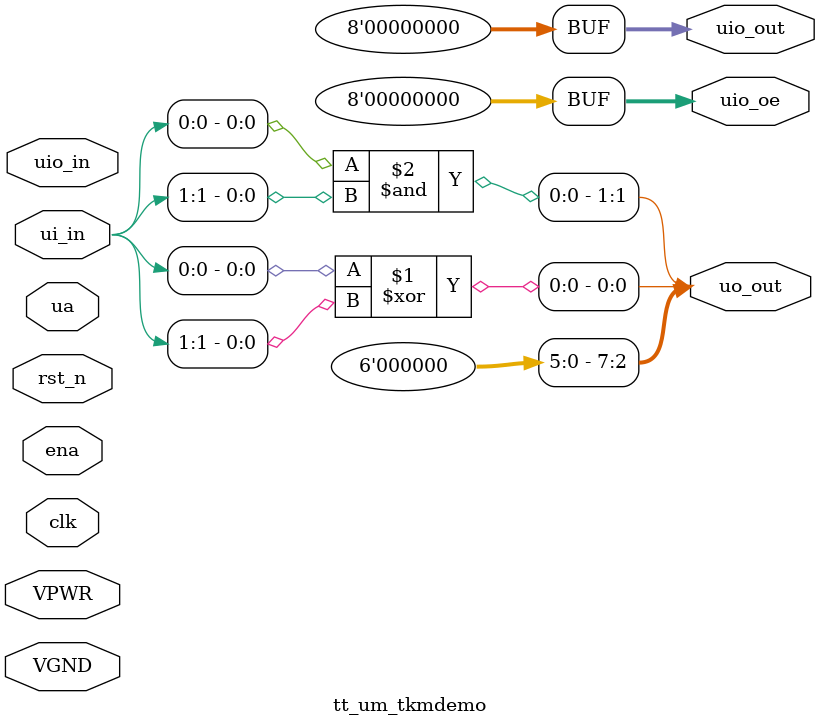
<source format=v>



`default_nettype none


module tt_um_tkmdemo (
    input  wire       VGND,
    input  wire       VPWR,
    input  wire [7:0] ui_in,    // Dedicated inputs
    output wire [7:0] uo_out,   // Dedicated outputs
    input  wire [7:0] uio_in,   // IOs: Input path
    output wire [7:0] uio_out,  // IOs: Output path
    output wire [7:0] uio_oe,   // IOs: Enable path (active high: 0=input, 1=output)
    inout  wire [7:0] ua, // analog pins
    input  wire       ena,      // will go high when the design is enabled
    input  wire       clk,      // clock
    input  wire       rst_n     // reset_n - low to reset
);


assign uio_out = 0;
assign uio_oe = 0;
    assign uo_out[0]= ui_in[0]^ui_in[1];
    assign uo_out[1]=ui_in[0] & ui_in[1];
    assign uo_out[7:2]=6'b0;
    endmodule

</source>
